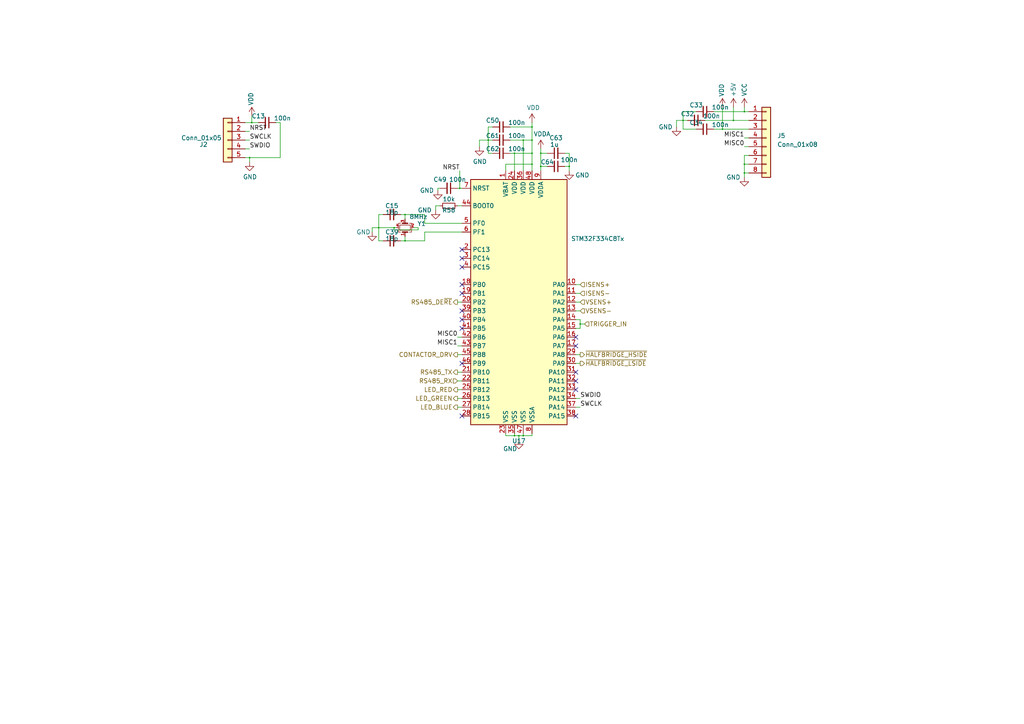
<source format=kicad_sch>
(kicad_sch (version 20201015) (generator eeschema)
  (page 1 7)
  (paper "A4")
  (lib_symbols
    (symbol "Connector_Generic:Conn_01x05" (pin_names (offset 1.016) hide)
      (property "Reference" "J" (at 0 7.62 0))
      (property "Value" "Conn_01x05" (at 0 -7.62 0))
      (symbol "Conn_01x05_1_1"
        (rectangle (start -1.27 -4.953) (end 0 -5.207) (stroke (width 0.1524)))
        (rectangle (start -1.27 -2.413) (end 0 -2.667) (stroke (width 0.1524)))
        (rectangle (start -1.27 2.667) (end 0 2.413) (stroke (width 0.1524)))
        (rectangle (start -1.27 5.207) (end 0 4.953) (stroke (width 0.1524)))
        (rectangle (start -1.27 6.35) (end 1.27 -6.35) (stroke (width 0.254)) (fill (type background)))
        (rectangle (start -1.27 0.127) (end 0 -0.127) (stroke (width 0.1524)))
        (pin passive line (at -5.08 5.08 0) (length 3.81) (name "Pin_1") (number "1"))
        (pin passive line (at -5.08 2.54 0) (length 3.81) (name "Pin_2") (number "2"))
        (pin passive line (at -5.08 0 0) (length 3.81) (name "Pin_3") (number "3"))
        (pin passive line (at -5.08 -2.54 0) (length 3.81) (name "Pin_4") (number "4"))
        (pin passive line (at -5.08 -5.08 0) (length 3.81) (name "Pin_5") (number "5"))
      )
    )
    (symbol "Connector_Generic:Conn_01x08" (pin_names (offset 1.016) hide)
      (property "Reference" "J" (at 0 10.16 0))
      (property "Value" "Conn_01x08" (at 0 -12.7 0))
      (symbol "Conn_01x08_1_1"
        (rectangle (start -1.27 -4.953) (end 0 -5.207) (stroke (width 0.1524)))
        (rectangle (start -1.27 -7.493) (end 0 -7.747) (stroke (width 0.1524)))
        (rectangle (start -1.27 -10.033) (end 0 -10.287) (stroke (width 0.1524)))
        (rectangle (start -1.27 -2.413) (end 0 -2.667) (stroke (width 0.1524)))
        (rectangle (start -1.27 2.667) (end 0 2.413) (stroke (width 0.1524)))
        (rectangle (start -1.27 5.207) (end 0 4.953) (stroke (width 0.1524)))
        (rectangle (start -1.27 7.747) (end 0 7.493) (stroke (width 0.1524)))
        (rectangle (start -1.27 8.89) (end 1.27 -11.43) (stroke (width 0.254)) (fill (type background)))
        (rectangle (start -1.27 0.127) (end 0 -0.127) (stroke (width 0.1524)))
        (pin passive line (at -5.08 7.62 0) (length 3.81) (name "Pin_1") (number "1"))
        (pin passive line (at -5.08 5.08 0) (length 3.81) (name "Pin_2") (number "2"))
        (pin passive line (at -5.08 2.54 0) (length 3.81) (name "Pin_3") (number "3"))
        (pin passive line (at -5.08 0 0) (length 3.81) (name "Pin_4") (number "4"))
        (pin passive line (at -5.08 -2.54 0) (length 3.81) (name "Pin_5") (number "5"))
        (pin passive line (at -5.08 -5.08 0) (length 3.81) (name "Pin_6") (number "6"))
        (pin passive line (at -5.08 -7.62 0) (length 3.81) (name "Pin_7") (number "7"))
        (pin passive line (at -5.08 -10.16 0) (length 3.81) (name "Pin_8") (number "8"))
      )
    )
    (symbol "Device:C_Small" (pin_numbers hide) (pin_names (offset 0.254) hide)
      (property "Reference" "C" (at 0.254 1.778 0))
      (property "Value" "C_Small" (at 0.254 -2.032 0))
      (symbol "C_Small_0_1"
        (polyline (pts (xy -1.524 -0.508) (xy 1.524 -0.508)) (stroke (width 0.3302)))
        (polyline (pts (xy -1.524 0.508) (xy 1.524 0.508)) (stroke (width 0.3048)))
      )
      (symbol "C_Small_1_1"
        (pin passive line (at 0 2.54 270) (length 2.032) (name "~") (number "1"))
        (pin passive line (at 0 -2.54 90) (length 2.032) (name "~") (number "2"))
      )
    )
    (symbol "Device:C_Small_1" (pin_numbers hide) (pin_names (offset 0.254) hide)
      (property "Reference" "C" (at 0.254 1.778 0))
      (property "Value" "C_Small" (at 0.254 -2.032 0))
      (symbol "C_Small_1_0_1"
        (polyline (pts (xy -1.524 -0.508) (xy 1.524 -0.508)) (stroke (width 0.3302)))
        (polyline (pts (xy -1.524 0.508) (xy 1.524 0.508)) (stroke (width 0.3048)))
      )
      (symbol "C_Small_1_1_1"
        (pin passive line (at 0 2.54 270) (length 2.032) (name "~") (number "1"))
        (pin passive line (at 0 -2.54 90) (length 2.032) (name "~") (number "2"))
      )
    )
    (symbol "Device:C_Small_10" (pin_numbers hide) (pin_names (offset 0.254) hide)
      (property "Reference" "C" (at 0.254 1.778 0))
      (property "Value" "C_Small" (at 0.254 -2.032 0))
      (symbol "C_Small_10_0_1"
        (polyline (pts (xy -1.524 -0.508) (xy 1.524 -0.508)) (stroke (width 0.3302)))
        (polyline (pts (xy -1.524 0.508) (xy 1.524 0.508)) (stroke (width 0.3048)))
      )
      (symbol "C_Small_10_1_1"
        (pin passive line (at 0 2.54 270) (length 2.032) (name "~") (number "1"))
        (pin passive line (at 0 -2.54 90) (length 2.032) (name "~") (number "2"))
      )
    )
    (symbol "Device:C_Small_11" (pin_numbers hide) (pin_names (offset 0.254) hide)
      (property "Reference" "C" (at 0.254 1.778 0))
      (property "Value" "C_Small" (at 0.254 -2.032 0))
      (symbol "C_Small_11_0_1"
        (polyline (pts (xy -1.524 -0.508) (xy 1.524 -0.508)) (stroke (width 0.3302)))
        (polyline (pts (xy -1.524 0.508) (xy 1.524 0.508)) (stroke (width 0.3048)))
      )
      (symbol "C_Small_11_1_1"
        (pin passive line (at 0 2.54 270) (length 2.032) (name "~") (number "1"))
        (pin passive line (at 0 -2.54 90) (length 2.032) (name "~") (number "2"))
      )
    )
    (symbol "Device:C_Small_2" (pin_numbers hide) (pin_names (offset 0.254) hide)
      (property "Reference" "C" (at 0.254 1.778 0))
      (property "Value" "C_Small" (at 0.254 -2.032 0))
      (symbol "C_Small_2_0_1"
        (polyline (pts (xy -1.524 -0.508) (xy 1.524 -0.508)) (stroke (width 0.3302)))
        (polyline (pts (xy -1.524 0.508) (xy 1.524 0.508)) (stroke (width 0.3048)))
      )
      (symbol "C_Small_2_1_1"
        (pin passive line (at 0 2.54 270) (length 2.032) (name "~") (number "1"))
        (pin passive line (at 0 -2.54 90) (length 2.032) (name "~") (number "2"))
      )
    )
    (symbol "Device:C_Small_6" (pin_numbers hide) (pin_names (offset 0.254) hide)
      (property "Reference" "C" (at 0.254 1.778 0))
      (property "Value" "C_Small" (at 0.254 -2.032 0))
      (symbol "C_Small_6_0_1"
        (polyline (pts (xy -1.524 -0.508) (xy 1.524 -0.508)) (stroke (width 0.3302)))
        (polyline (pts (xy -1.524 0.508) (xy 1.524 0.508)) (stroke (width 0.3048)))
      )
      (symbol "C_Small_6_1_1"
        (pin passive line (at 0 2.54 270) (length 2.032) (name "~") (number "1"))
        (pin passive line (at 0 -2.54 90) (length 2.032) (name "~") (number "2"))
      )
    )
    (symbol "Device:C_Small_7" (pin_numbers hide) (pin_names (offset 0.254) hide)
      (property "Reference" "C" (at 0.254 1.778 0))
      (property "Value" "C_Small" (at 0.254 -2.032 0))
      (symbol "C_Small_7_0_1"
        (polyline (pts (xy -1.524 -0.508) (xy 1.524 -0.508)) (stroke (width 0.3302)))
        (polyline (pts (xy -1.524 0.508) (xy 1.524 0.508)) (stroke (width 0.3048)))
      )
      (symbol "C_Small_7_1_1"
        (pin passive line (at 0 2.54 270) (length 2.032) (name "~") (number "1"))
        (pin passive line (at 0 -2.54 90) (length 2.032) (name "~") (number "2"))
      )
    )
    (symbol "Device:C_Small_8" (pin_numbers hide) (pin_names (offset 0.254) hide)
      (property "Reference" "C" (at 0.254 1.778 0))
      (property "Value" "C_Small" (at 0.254 -2.032 0))
      (symbol "C_Small_8_0_1"
        (polyline (pts (xy -1.524 -0.508) (xy 1.524 -0.508)) (stroke (width 0.3302)))
        (polyline (pts (xy -1.524 0.508) (xy 1.524 0.508)) (stroke (width 0.3048)))
      )
      (symbol "C_Small_8_1_1"
        (pin passive line (at 0 2.54 270) (length 2.032) (name "~") (number "1"))
        (pin passive line (at 0 -2.54 90) (length 2.032) (name "~") (number "2"))
      )
    )
    (symbol "Device:C_Small_9" (pin_numbers hide) (pin_names (offset 0.254) hide)
      (property "Reference" "C" (at 0.254 1.778 0))
      (property "Value" "C_Small" (at 0.254 -2.032 0))
      (symbol "C_Small_9_0_1"
        (polyline (pts (xy -1.524 -0.508) (xy 1.524 -0.508)) (stroke (width 0.3302)))
        (polyline (pts (xy -1.524 0.508) (xy 1.524 0.508)) (stroke (width 0.3048)))
      )
      (symbol "C_Small_9_1_1"
        (pin passive line (at 0 2.54 270) (length 2.032) (name "~") (number "1"))
        (pin passive line (at 0 -2.54 90) (length 2.032) (name "~") (number "2"))
      )
    )
    (symbol "Device:Crystal_GND24_Small" (pin_names hide)
      (property "Reference" "Y" (at 1.27 4.445 0))
      (property "Value" "Crystal_GND24_Small" (at 1.27 2.54 0))
      (symbol "Crystal_GND24_Small_0_1"
        (rectangle (start -0.762 -1.524) (end 0.762 1.524))
        (polyline (pts (xy -1.27 -0.762) (xy -1.27 0.762)) (stroke (width 0.381)))
        (polyline (pts (xy 1.27 -0.762) (xy 1.27 0.762)) (stroke (width 0.381)))
        (polyline (pts (xy -1.27 -1.27) (xy -1.27 -1.905) (xy 1.27 -1.905) (xy 1.27 -1.27)))
        (polyline (pts (xy -1.27 1.27) (xy -1.27 1.905) (xy 1.27 1.905) (xy 1.27 1.27)))
      )
      (symbol "Crystal_GND24_Small_1_1"
        (pin passive line (at -2.54 0 0) (length 1.27) (name "1") (number "1"))
        (pin passive line (at 0 -2.54 90) (length 0.635) (name "2") (number "2"))
        (pin passive line (at 2.54 0 180) (length 1.27) (name "3") (number "3"))
        (pin passive line (at 0 2.54 270) (length 0.635) (name "4") (number "4"))
      )
    )
    (symbol "Device:R_Small" (pin_numbers hide) (pin_names (offset 0.254) hide)
      (property "Reference" "R" (at 0.762 0.508 0))
      (property "Value" "R_Small" (at 0.762 -1.016 0))
      (symbol "R_Small_0_1"
        (rectangle (start -0.762 1.778) (end 0.762 -1.778) (stroke (width 0.2032)))
      )
      (symbol "R_Small_1_1"
        (pin passive line (at 0 2.54 270) (length 0.762) (name "~") (number "1"))
        (pin passive line (at 0 -2.54 90) (length 0.762) (name "~") (number "2"))
      )
    )
    (symbol "MCU_ST_STM32F3:STM32F334C8Tx"
      (property "Reference" "U" (at -15.24 36.83 0))
      (property "Value" "STM32F334C8Tx" (at 7.62 36.83 0))
      (symbol "STM32F334C8Tx_0_1"
        (rectangle (start -15.24 -35.56) (end 12.7 35.56) (stroke (width 0.254)) (fill (type background)))
      )
      (symbol "STM32F334C8Tx_1_1"
        (pin input line (at -17.78 27.94 0) (length 2.54) (name "BOOT0") (number "44"))
        (pin input line (at -17.78 33.02 0) (length 2.54) (name "NRST") (number "7"))
        (pin bidirectional line (at 15.24 5.08 180) (length 2.54) (name "PA0") (number "10"))
        (pin bidirectional line (at 15.24 2.54 180) (length 2.54) (name "PA1") (number "11"))
        (pin bidirectional line (at 15.24 -20.32 180) (length 2.54) (name "PA10") (number "31"))
        (pin bidirectional line (at 15.24 -22.86 180) (length 2.54) (name "PA11") (number "32"))
        (pin bidirectional line (at 15.24 -25.4 180) (length 2.54) (name "PA12") (number "33"))
        (pin bidirectional line (at 15.24 -27.94 180) (length 2.54) (name "PA13") (number "34"))
        (pin bidirectional line (at 15.24 -30.48 180) (length 2.54) (name "PA14") (number "37"))
        (pin bidirectional line (at 15.24 -33.02 180) (length 2.54) (name "PA15") (number "38"))
        (pin bidirectional line (at 15.24 0 180) (length 2.54) (name "PA2") (number "12"))
        (pin bidirectional line (at 15.24 -2.54 180) (length 2.54) (name "PA3") (number "13"))
        (pin bidirectional line (at 15.24 -5.08 180) (length 2.54) (name "PA4") (number "14"))
        (pin bidirectional line (at 15.24 -7.62 180) (length 2.54) (name "PA5") (number "15"))
        (pin bidirectional line (at 15.24 -10.16 180) (length 2.54) (name "PA6") (number "16"))
        (pin bidirectional line (at 15.24 -12.7 180) (length 2.54) (name "PA7") (number "17"))
        (pin bidirectional line (at 15.24 -15.24 180) (length 2.54) (name "PA8") (number "29"))
        (pin bidirectional line (at 15.24 -17.78 180) (length 2.54) (name "PA9") (number "30"))
        (pin bidirectional line (at -17.78 5.08 0) (length 2.54) (name "PB0") (number "18"))
        (pin bidirectional line (at -17.78 2.54 0) (length 2.54) (name "PB1") (number "19"))
        (pin bidirectional line (at -17.78 -20.32 0) (length 2.54) (name "PB10") (number "21"))
        (pin bidirectional line (at -17.78 -22.86 0) (length 2.54) (name "PB11") (number "22"))
        (pin bidirectional line (at -17.78 -25.4 0) (length 2.54) (name "PB12") (number "25"))
        (pin bidirectional line (at -17.78 -27.94 0) (length 2.54) (name "PB13") (number "26"))
        (pin bidirectional line (at -17.78 -30.48 0) (length 2.54) (name "PB14") (number "27"))
        (pin bidirectional line (at -17.78 -33.02 0) (length 2.54) (name "PB15") (number "28"))
        (pin bidirectional line (at -17.78 0 0) (length 2.54) (name "PB2") (number "20"))
        (pin bidirectional line (at -17.78 -2.54 0) (length 2.54) (name "PB3") (number "39"))
        (pin bidirectional line (at -17.78 -5.08 0) (length 2.54) (name "PB4") (number "40"))
        (pin bidirectional line (at -17.78 -7.62 0) (length 2.54) (name "PB5") (number "41"))
        (pin bidirectional line (at -17.78 -10.16 0) (length 2.54) (name "PB6") (number "42"))
        (pin bidirectional line (at -17.78 -12.7 0) (length 2.54) (name "PB7") (number "43"))
        (pin bidirectional line (at -17.78 -15.24 0) (length 2.54) (name "PB8") (number "45"))
        (pin bidirectional line (at -17.78 -17.78 0) (length 2.54) (name "PB9") (number "46"))
        (pin bidirectional line (at -17.78 15.24 0) (length 2.54) (name "PC13") (number "2"))
        (pin bidirectional line (at -17.78 12.7 0) (length 2.54) (name "PC14") (number "3"))
        (pin bidirectional line (at -17.78 10.16 0) (length 2.54) (name "PC15") (number "4"))
        (pin input line (at -17.78 22.86 0) (length 2.54) (name "PF0") (number "5"))
        (pin input line (at -17.78 20.32 0) (length 2.54) (name "PF1") (number "6"))
        (pin power_in line (at -5.08 38.1 270) (length 2.54) (name "VBAT") (number "1"))
        (pin power_in line (at -2.54 38.1 270) (length 2.54) (name "VDD") (number "24"))
        (pin power_in line (at 0 38.1 270) (length 2.54) (name "VDD") (number "36"))
        (pin power_in line (at 2.54 38.1 270) (length 2.54) (name "VDD") (number "48"))
        (pin power_in line (at 5.08 38.1 270) (length 2.54) (name "VDDA") (number "9"))
        (pin power_in line (at -5.08 -38.1 90) (length 2.54) (name "VSS") (number "23"))
        (pin power_in line (at -2.54 -38.1 90) (length 2.54) (name "VSS") (number "35"))
        (pin power_in line (at 0 -38.1 90) (length 2.54) (name "VSS") (number "47"))
        (pin power_in line (at 2.54 -38.1 90) (length 2.54) (name "VSSA") (number "8"))
      )
    )
    (symbol "power:+5V" (power) (pin_names (offset 0))
      (property "Value" "+5V" (at 0 3.556 0))
      (symbol "+5V_0_1"
        (polyline (pts (xy -0.762 1.27) (xy 0 2.54)))
        (polyline (pts (xy 0 0) (xy 0 2.54)))
        (polyline (pts (xy 0 2.54) (xy 0.762 1.27)))
      )
      (symbol "+5V_1_1"
        (pin power_in line (at 0 0 90) (length 0) hide (name "+5V") (number "1"))
      )
    )
    (symbol "power:GND" (power) (pin_names (offset 0))
      (property "Value" "GND" (at 0 -3.81 0))
      (symbol "GND_0_1"
        (polyline (pts (xy 0 0) (xy 0 -1.27) (xy 1.27 -1.27) (xy 0 -2.54) (xy -1.27 -1.27) (xy 0 -1.27)))
      )
      (symbol "GND_1_1"
        (pin power_in line (at 0 0 270) (length 0) hide (name "GND") (number "1"))
      )
    )
    (symbol "power:VCC" (power) (pin_names (offset 0))
      (property "Value" "VCC" (at 0 3.81 0))
      (symbol "VCC_0_1"
        (polyline (pts (xy -0.762 1.27) (xy 0 2.54)))
        (polyline (pts (xy 0 0) (xy 0 2.54)))
        (polyline (pts (xy 0 2.54) (xy 0.762 1.27)))
      )
      (symbol "VCC_1_1"
        (pin power_in line (at 0 0 90) (length 0) hide (name "VCC") (number "1"))
      )
    )
    (symbol "power:VDD" (power) (pin_names (offset 0))
      (property "Value" "VDD" (at 0 3.81 0))
      (symbol "VDD_0_1"
        (polyline (pts (xy -0.762 1.27) (xy 0 2.54)))
        (polyline (pts (xy 0 0) (xy 0 2.54)))
        (polyline (pts (xy 0 2.54) (xy 0.762 1.27)))
      )
      (symbol "VDD_1_1"
        (pin power_in line (at 0 0 90) (length 0) hide (name "VDD") (number "1"))
      )
    )
    (symbol "power:VDDA" (power) (pin_names (offset 0))
      (property "Value" "VDDA" (at 0 3.81 0))
      (symbol "VDDA_0_1"
        (polyline (pts (xy -0.762 1.27) (xy 0 2.54)))
        (polyline (pts (xy 0 0) (xy 0 2.54)))
        (polyline (pts (xy 0 2.54) (xy 0.762 1.27)))
      )
      (symbol "VDDA_1_1"
        (pin power_in line (at 0 0 90) (length 0) hide (name "VDDA") (number "1"))
      )
    )
  )
  (junction (at 72.39 45.72) (diameter 0.3048))
  (junction (at 73.025 35.56) (diameter 0.3048))
  (junction (at 109.855 66.04) (diameter 0.3048))
  (junction (at 114.3 66.04) (diameter 0.3048))
  (junction (at 117.475 62.23) (diameter 0.3048))
  (junction (at 117.475 69.85) (diameter 0.3048))
  (junction (at 133.35 54.61) (diameter 0.3048))
  (junction (at 141.605 40.64) (diameter 0.3048))
  (junction (at 149.225 44.45) (diameter 0.3048))
  (junction (at 149.225 126.365) (diameter 0.3048))
  (junction (at 150.495 126.365) (diameter 0.3048))
  (junction (at 151.765 40.64) (diameter 0.3048))
  (junction (at 151.765 126.365) (diameter 0.3048))
  (junction (at 154.305 36.83) (diameter 0.3048))
  (junction (at 154.305 40.64) (diameter 0.3048))
  (junction (at 154.305 44.45) (diameter 0.3048))
  (junction (at 154.305 47.625) (diameter 0.3048))
  (junction (at 156.845 44.45) (diameter 0.3048))
  (junction (at 156.845 48.26) (diameter 0.3048))
  (junction (at 165.1 48.26) (diameter 0.3048))
  (junction (at 168.275 93.98) (diameter 0.3048))
  (junction (at 198.12 34.925) (diameter 0.3048))
  (junction (at 209.55 37.465) (diameter 0.3048))
  (junction (at 212.725 34.925) (diameter 0.3048))
  (junction (at 215.9 32.385) (diameter 0.3048))
  (junction (at 215.9 47.625) (diameter 0.3048))
  (junction (at 215.9 50.165) (diameter 0.3048))
  (no_connect (at 133.985 92.71))
  (no_connect (at 167.005 113.03))
  (no_connect (at 167.005 107.95))
  (no_connect (at 133.985 95.25))
  (no_connect (at 133.985 90.17))
  (no_connect (at 133.985 82.55))
  (no_connect (at 167.005 97.79))
  (no_connect (at 133.985 105.41))
  (no_connect (at 133.985 77.47))
  (no_connect (at 133.985 120.65))
  (no_connect (at 167.005 100.33))
  (no_connect (at 167.005 120.65))
  (no_connect (at 133.985 74.93))
  (no_connect (at 133.985 72.39))
  (no_connect (at 167.005 110.49))
  (no_connect (at 133.985 85.09))
  (wire (pts (xy 71.12 35.56) (xy 73.025 35.56)))
  (wire (pts (xy 71.12 38.1) (xy 72.39 38.1)))
  (wire (pts (xy 71.12 40.64) (xy 72.39 40.64)))
  (wire (pts (xy 71.12 43.18) (xy 72.39 43.18)))
  (wire (pts (xy 71.12 45.72) (xy 72.39 45.72)))
  (wire (pts (xy 72.39 45.72) (xy 72.39 46.99)))
  (wire (pts (xy 72.39 45.72) (xy 81.28 45.72)))
  (wire (pts (xy 73.025 33.655) (xy 73.025 35.56)))
  (wire (pts (xy 73.025 35.56) (xy 74.93 35.56)))
  (wire (pts (xy 80.01 35.56) (xy 81.28 35.56)))
  (wire (pts (xy 81.28 45.72) (xy 81.28 35.56)))
  (wire (pts (xy 107.95 66.04) (xy 109.855 66.04)))
  (wire (pts (xy 107.95 67.31) (xy 107.95 66.04)))
  (wire (pts (xy 109.855 62.23) (xy 109.855 66.04)))
  (wire (pts (xy 109.855 66.04) (xy 109.855 69.85)))
  (wire (pts (xy 109.855 66.04) (xy 114.3 66.04)))
  (wire (pts (xy 109.855 69.85) (xy 111.125 69.85)))
  (wire (pts (xy 111.125 62.23) (xy 109.855 62.23)))
  (wire (pts (xy 114.3 66.04) (xy 114.3 66.675)))
  (wire (pts (xy 114.3 66.04) (xy 114.935 66.04)))
  (wire (pts (xy 114.3 66.675) (xy 121.285 66.675)))
  (wire (pts (xy 116.205 62.23) (xy 117.475 62.23)))
  (wire (pts (xy 116.205 69.85) (xy 117.475 69.85)))
  (wire (pts (xy 117.475 62.23) (xy 117.475 63.5)))
  (wire (pts (xy 117.475 62.23) (xy 123.19 62.23)))
  (wire (pts (xy 117.475 69.85) (xy 117.475 68.58)))
  (wire (pts (xy 117.475 69.85) (xy 123.19 69.85)))
  (wire (pts (xy 120.015 66.04) (xy 121.285 66.04)))
  (wire (pts (xy 121.285 66.675) (xy 121.285 66.04)))
  (wire (pts (xy 123.19 62.23) (xy 123.19 64.77)))
  (wire (pts (xy 123.19 64.77) (xy 133.985 64.77)))
  (wire (pts (xy 123.19 67.31) (xy 133.985 67.31)))
  (wire (pts (xy 123.19 69.85) (xy 123.19 67.31)))
  (wire (pts (xy 126.365 59.69) (xy 127.635 59.69)))
  (wire (pts (xy 126.365 60.96) (xy 126.365 59.69)))
  (wire (pts (xy 127 54.61) (xy 127.635 54.61)))
  (wire (pts (xy 127 55.245) (xy 127 54.61)))
  (wire (pts (xy 132.715 54.61) (xy 133.35 54.61)))
  (wire (pts (xy 132.715 59.69) (xy 133.985 59.69)))
  (wire (pts (xy 132.715 87.63) (xy 133.985 87.63)))
  (wire (pts (xy 132.715 97.79) (xy 133.985 97.79)))
  (wire (pts (xy 132.715 100.33) (xy 133.985 100.33)))
  (wire (pts (xy 132.715 102.87) (xy 133.985 102.87)))
  (wire (pts (xy 132.715 107.95) (xy 133.985 107.95)))
  (wire (pts (xy 132.715 110.49) (xy 133.985 110.49)))
  (wire (pts (xy 132.715 113.03) (xy 133.985 113.03)))
  (wire (pts (xy 132.715 115.57) (xy 133.985 115.57)))
  (wire (pts (xy 132.715 118.11) (xy 133.985 118.11)))
  (wire (pts (xy 133.35 49.53) (xy 133.35 54.61)))
  (wire (pts (xy 133.35 54.61) (xy 133.985 54.61)))
  (wire (pts (xy 139.065 40.64) (xy 141.605 40.64)))
  (wire (pts (xy 139.065 42.545) (xy 139.065 40.64)))
  (wire (pts (xy 141.605 36.83) (xy 141.605 40.64)))
  (wire (pts (xy 141.605 40.64) (xy 141.605 44.45)))
  (wire (pts (xy 141.605 40.64) (xy 142.875 40.64)))
  (wire (pts (xy 141.605 44.45) (xy 142.875 44.45)))
  (wire (pts (xy 142.875 36.83) (xy 141.605 36.83)))
  (wire (pts (xy 146.685 47.625) (xy 154.305 47.625)))
  (wire (pts (xy 146.685 49.53) (xy 146.685 47.625)))
  (wire (pts (xy 146.685 125.73) (xy 146.685 126.365)))
  (wire (pts (xy 146.685 126.365) (xy 149.225 126.365)))
  (wire (pts (xy 147.955 36.83) (xy 154.305 36.83)))
  (wire (pts (xy 147.955 40.64) (xy 151.765 40.64)))
  (wire (pts (xy 149.225 44.45) (xy 147.955 44.45)))
  (wire (pts (xy 149.225 44.45) (xy 154.305 44.45)))
  (wire (pts (xy 149.225 49.53) (xy 149.225 44.45)))
  (wire (pts (xy 149.225 125.73) (xy 149.225 126.365)))
  (wire (pts (xy 149.225 126.365) (xy 150.495 126.365)))
  (wire (pts (xy 150.495 126.365) (xy 150.495 127.635)))
  (wire (pts (xy 150.495 126.365) (xy 151.765 126.365)))
  (wire (pts (xy 151.765 40.64) (xy 151.765 49.53)))
  (wire (pts (xy 151.765 40.64) (xy 154.305 40.64)))
  (wire (pts (xy 151.765 126.365) (xy 151.765 125.73)))
  (wire (pts (xy 151.765 126.365) (xy 154.305 126.365)))
  (wire (pts (xy 154.305 35.56) (xy 154.305 36.83)))
  (wire (pts (xy 154.305 36.83) (xy 154.305 40.64)))
  (wire (pts (xy 154.305 40.64) (xy 154.305 44.45)))
  (wire (pts (xy 154.305 44.45) (xy 154.305 47.625)))
  (wire (pts (xy 154.305 47.625) (xy 154.305 49.53)))
  (wire (pts (xy 154.305 126.365) (xy 154.305 125.73)))
  (wire (pts (xy 156.845 43.18) (xy 156.845 44.45)))
  (wire (pts (xy 156.845 44.45) (xy 156.845 48.26)))
  (wire (pts (xy 156.845 44.45) (xy 158.75 44.45)))
  (wire (pts (xy 156.845 48.26) (xy 156.845 49.53)))
  (wire (pts (xy 156.845 48.26) (xy 158.75 48.26)))
  (wire (pts (xy 163.83 44.45) (xy 165.1 44.45)))
  (wire (pts (xy 163.83 48.26) (xy 165.1 48.26)))
  (wire (pts (xy 165.1 44.45) (xy 165.1 48.26)))
  (wire (pts (xy 165.1 48.26) (xy 165.1 49.53)))
  (wire (pts (xy 167.005 82.55) (xy 168.275 82.55)))
  (wire (pts (xy 167.005 85.09) (xy 168.275 85.09)))
  (wire (pts (xy 167.005 87.63) (xy 168.275 87.63)))
  (wire (pts (xy 167.005 90.17) (xy 168.275 90.17)))
  (wire (pts (xy 167.005 95.25) (xy 168.275 95.25)))
  (wire (pts (xy 167.005 102.87) (xy 168.275 102.87)))
  (wire (pts (xy 167.005 105.41) (xy 168.275 105.41)))
  (wire (pts (xy 167.005 115.57) (xy 168.275 115.57)))
  (wire (pts (xy 167.005 118.11) (xy 168.275 118.11)))
  (wire (pts (xy 168.275 92.71) (xy 167.005 92.71)))
  (wire (pts (xy 168.275 93.98) (xy 168.275 92.71)))
  (wire (pts (xy 168.275 93.98) (xy 169.545 93.98)))
  (wire (pts (xy 168.275 95.25) (xy 168.275 93.98)))
  (wire (pts (xy 196.215 34.925) (xy 198.12 34.925)))
  (wire (pts (xy 196.215 36.83) (xy 196.215 34.925)))
  (wire (pts (xy 198.12 32.385) (xy 198.12 34.925)))
  (wire (pts (xy 198.12 34.925) (xy 198.12 37.465)))
  (wire (pts (xy 198.12 34.925) (xy 199.39 34.925)))
  (wire (pts (xy 198.12 37.465) (xy 201.93 37.465)))
  (wire (pts (xy 201.93 32.385) (xy 198.12 32.385)))
  (wire (pts (xy 204.47 34.925) (xy 212.725 34.925)))
  (wire (pts (xy 207.01 32.385) (xy 215.9 32.385)))
  (wire (pts (xy 207.01 37.465) (xy 209.55 37.465)))
  (wire (pts (xy 209.55 31.115) (xy 209.55 37.465)))
  (wire (pts (xy 209.55 37.465) (xy 217.17 37.465)))
  (wire (pts (xy 212.725 31.115) (xy 212.725 34.925)))
  (wire (pts (xy 212.725 34.925) (xy 217.17 34.925)))
  (wire (pts (xy 215.9 31.115) (xy 215.9 32.385)))
  (wire (pts (xy 215.9 32.385) (xy 217.17 32.385)))
  (wire (pts (xy 215.9 40.005) (xy 217.17 40.005)))
  (wire (pts (xy 215.9 42.545) (xy 217.17 42.545)))
  (wire (pts (xy 215.9 45.085) (xy 215.9 47.625)))
  (wire (pts (xy 215.9 47.625) (xy 215.9 50.165)))
  (wire (pts (xy 215.9 47.625) (xy 217.17 47.625)))
  (wire (pts (xy 215.9 50.165) (xy 215.9 51.435)))
  (wire (pts (xy 217.17 45.085) (xy 215.9 45.085)))
  (wire (pts (xy 217.17 50.165) (xy 215.9 50.165)))
  (label "NRST" (at 72.39 38.1 0))
  (label "SWCLK" (at 72.39 40.64 0))
  (label "SWDIO" (at 72.39 43.18 0))
  (label "MISC0" (at 132.715 97.79 180))
  (label "MISC1" (at 132.715 100.33 180))
  (label "NRST" (at 133.35 49.53 180))
  (label "SWDIO" (at 168.275 115.57 0))
  (label "SWCLK" (at 168.275 118.11 0))
  (label "MISC1" (at 215.9 40.005 180))
  (label "MISC0" (at 215.9 42.545 180))
  (hierarchical_label "RS485_DE~RE" (shape output) (at 132.715 87.63 180))
  (hierarchical_label "CONTACTOR_DRV" (shape output) (at 132.715 102.87 180))
  (hierarchical_label "RS485_TX" (shape output) (at 132.715 107.95 180))
  (hierarchical_label "RS485_RX" (shape input) (at 132.715 110.49 180))
  (hierarchical_label "LED_RED" (shape output) (at 132.715 113.03 180))
  (hierarchical_label "LED_GREEN" (shape output) (at 132.715 115.57 180))
  (hierarchical_label "LED_BLUE" (shape output) (at 132.715 118.11 180))
  (hierarchical_label "ISENS+" (shape input) (at 168.275 82.55 0))
  (hierarchical_label "ISENS-" (shape input) (at 168.275 85.09 0))
  (hierarchical_label "VSENS+" (shape input) (at 168.275 87.63 0))
  (hierarchical_label "VSENS-" (shape input) (at 168.275 90.17 0))
  (hierarchical_label "~HALFBRIDGE_HSIDE" (shape output) (at 168.275 102.87 0))
  (hierarchical_label "~HALFBRIDGE_LSIDE" (shape output) (at 168.275 105.41 0))
  (hierarchical_label "TRIGGER_IN" (shape input) (at 169.545 93.98 0))
  (symbol (lib_id "power:VDD") (at 73.025 33.655 0) (unit 1)
    (property "Reference" "#PWR08" (effects hide))
    (property "Value" "VDD" (at 72.771 28.702 90))
  )
  (symbol (lib_id "power:VDD") (at 154.305 35.56 0) (unit 1)
    (property "Reference" "#PWR064" (effects hide))
    (property "Value" "VDD" (at 154.686 31.242 0))
  )
  (symbol (lib_id "power:VDDA") (at 156.845 43.18 0) (unit 1)
    (property "Reference" "#PWR069" (effects hide))
    (property "Value" "VDDA" (at 157.226 38.862 0))
  )
  (symbol (lib_id "power:VDD") (at 209.55 31.115 0) (unit 1)
    (property "Reference" "#PWR073" (effects hide))
    (property "Value" "VDD" (at 209.296 26.162 90))
  )
  (symbol (lib_id "power:+5V") (at 212.725 31.115 0) (unit 1)
    (property "Reference" "#PWR014" (effects hide))
    (property "Value" "+5V" (at 212.725 26.035 90))
  )
  (symbol (lib_id "power:VCC") (at 215.9 31.115 0) (unit 1)
    (property "Reference" "#PWR025" (effects hide))
    (property "Value" "VCC" (at 215.9 26.035 90))
  )
  (symbol (lib_id "power:GND") (at 72.39 46.99 0) (unit 1)
    (property "Reference" "#PWR027" (effects hide))
    (property "Value" "GND" (at 72.5043 51.3144 0))
  )
  (symbol (lib_id "power:GND") (at 107.95 67.31 0) (unit 1)
    (property "Reference" "#PWR034" (effects hide))
    (property "Value" "GND" (at 105.41 67.31 0))
  )
  (symbol (lib_id "power:GND") (at 126.365 60.96 0) (unit 1)
    (property "Reference" "#PWR054" (effects hide))
    (property "Value" "GND" (at 123.19 60.96 0))
  )
  (symbol (lib_id "power:GND") (at 127 55.245 0) (unit 1)
    (property "Reference" "#PWR057" (effects hide))
    (property "Value" "GND" (at 123.825 55.245 0))
  )
  (symbol (lib_id "power:GND") (at 139.065 42.545 0) (unit 1)
    (property "Reference" "#PWR063" (effects hide))
    (property "Value" "GND" (at 139.1793 46.8694 0))
  )
  (symbol (lib_id "power:GND") (at 150.495 127.635 0) (unit 1)
    (property "Reference" "#PWR024" (effects hide))
    (property "Value" "GND" (at 147.955 130.175 0))
  )
  (symbol (lib_id "power:GND") (at 165.1 49.53 0) (unit 1)
    (property "Reference" "#PWR070" (effects hide))
    (property "Value" "GND" (at 168.91 50.8 0))
  )
  (symbol (lib_id "power:GND") (at 196.215 36.83 0) (unit 1)
    (property "Reference" "#PWR012" (effects hide))
    (property "Value" "GND" (at 193.04 36.83 0))
  )
  (symbol (lib_id "power:GND") (at 215.9 51.435 0) (unit 1)
    (property "Reference" "#PWR029" (effects hide))
    (property "Value" "GND" (at 212.725 51.435 0))
  )
  (symbol (lib_id "Device:R_Small") (at 130.175 59.69 270) (unit 1)
    (property "Reference" "R58" (at 130.175 60.96 90))
    (property "Value" "10k" (at 130.175 57.785 90))
    (property "Footprint" "Resistor_SMD:R_0805_2012Metric" (effects hide))
    (property "Link" "https://ozdisan.com/passive-components/resistors/smt-smd-and-chip-resistors/0805S8J0103T5E" (effects hide))
    (property "Price" "0.00221 USD" (effects hide))
  )
  (symbol (lib_name "Device:C_Small_2") (lib_id "Device:C_Small") (at 77.47 35.56 270) (unit 1)
    (property "Reference" "C13" (at 74.93 33.655 90))
    (property "Value" "100n" (at 81.915 34.29 90))
    (property "Footprint" "Capacitor_SMD:C_0805_2012Metric" (effects hide))
    (property "Link" "https://ozdisan.com/passive-components/capacitors/smt-smd-and-mlcc-capacitors/CL21B104KBFWPNE" (effects hide))
    (property "Price" "0.01537 USD" (effects hide))
  )
  (symbol (lib_name "Device:C_Small_10") (lib_id "Device:C_Small") (at 113.665 62.23 90) (unit 1)
    (property "Reference" "C15" (at 113.665 59.69 90))
    (property "Value" "18p" (at 113.665 61.595 90))
    (property "Footprint" "Capacitor_SMD:C_0603_1608Metric" (effects hide))
    (property "Link" "https://ozdisan.com/passive-components/capacitors/smt-smd-and-mlcc-capacitors/CL10C180JB8NNNC" (effects hide))
    (property "Price" "0.00585 USD" (effects hide))
  )
  (symbol (lib_name "Device:C_Small_11") (lib_id "Device:C_Small") (at 113.665 69.85 90) (unit 1)
    (property "Reference" "C39" (at 113.665 67.31 90))
    (property "Value" "18p" (at 113.665 69.215 90))
    (property "Footprint" "Capacitor_SMD:C_0603_1608Metric" (effects hide))
    (property "Link" "https://ozdisan.com/passive-components/capacitors/smt-smd-and-mlcc-capacitors/CL10C180JB8NNNC" (effects hide))
    (property "Price" "0.00585 USD" (effects hide))
  )
  (symbol (lib_name "Device:C_Small_8") (lib_id "Device:C_Small") (at 130.175 54.61 270) (unit 1)
    (property "Reference" "C49" (at 127.635 52.07 90))
    (property "Value" "100n" (at 132.715 52.07 90))
    (property "Footprint" "Capacitor_SMD:C_0805_2012Metric" (effects hide))
    (property "Link" "https://ozdisan.com/passive-components/capacitors/smt-smd-and-mlcc-capacitors/CL21B104KBFWPNE" (effects hide))
    (property "Price" "0.01537 USD" (effects hide))
  )
  (symbol (lib_name "Device:C_Small_9") (lib_id "Device:C_Small") (at 145.415 36.83 270) (unit 1)
    (property "Reference" "C50" (at 142.875 34.925 90))
    (property "Value" "100n" (at 149.86 35.56 90))
    (property "Footprint" "Capacitor_SMD:C_0805_2012Metric" (effects hide))
    (property "Link" "https://ozdisan.com/passive-components/capacitors/smt-smd-and-mlcc-capacitors/CL21B104KBFWPNE" (effects hide))
    (property "Price" "0.01537 USD" (effects hide))
  )
  (symbol (lib_id "Device:C_Small") (at 145.415 40.64 270) (unit 1)
    (property "Reference" "C61" (at 142.875 39.37 90))
    (property "Value" "100n" (at 149.86 39.37 90))
    (property "Footprint" "Capacitor_SMD:C_0805_2012Metric" (effects hide))
    (property "Link" "https://ozdisan.com/passive-components/capacitors/smt-smd-and-mlcc-capacitors/CL21B104KBFWPNE" (effects hide))
    (property "Price" "0.01537 USD" (effects hide))
  )
  (symbol (lib_name "Device:C_Small_1") (lib_id "Device:C_Small") (at 145.415 44.45 270) (unit 1)
    (property "Reference" "C62" (at 142.875 43.18 90))
    (property "Value" "100n" (at 149.86 43.18 90))
    (property "Footprint" "Capacitor_SMD:C_0805_2012Metric" (effects hide))
    (property "Link" "https://ozdisan.com/passive-components/capacitors/smt-smd-and-mlcc-capacitors/CL21B104KBFWPNE" (effects hide))
    (property "Price" "0.01537 USD" (effects hide))
  )
  (symbol (lib_name "Device:C_Small_6") (lib_id "Device:C_Small") (at 161.29 44.45 90) (unit 1)
    (property "Reference" "C63" (at 161.29 40.005 90))
    (property "Value" "1u " (at 161.29 41.91 90))
    (property "Footprint" "Capacitor_SMD:C_0805_2012Metric" (effects hide))
    (property "Link" "https://ozdisan.com/passive-components/capacitors/smt-smd-and-mlcc-capacitors/CL21B105KBFNNNE" (effects hide))
    (property "Price" "0.02159 USD" (effects hide))
  )
  (symbol (lib_name "Device:C_Small_7") (lib_id "Device:C_Small") (at 161.29 48.26 270) (unit 1)
    (property "Reference" "C64" (at 158.75 46.99 90))
    (property "Value" "100n" (at 165.1 46.355 90))
    (property "Footprint" "Capacitor_SMD:C_0805_2012Metric" (effects hide))
    (property "Link" "https://ozdisan.com/passive-components/capacitors/smt-smd-and-mlcc-capacitors/CL21B104KBFWPNE" (effects hide))
    (property "Price" "0.01537 USD" (effects hide))
  )
  (symbol (lib_name "Device:C_Small_2") (lib_id "Device:C_Small") (at 201.93 34.925 270) (unit 1)
    (property "Reference" "C32" (at 199.39 33.02 90))
    (property "Value" "100n" (at 206.375 33.655 90))
    (property "Footprint" "Capacitor_SMD:C_0805_2012Metric" (effects hide))
    (property "Link" "https://ozdisan.com/passive-components/capacitors/smt-smd-and-mlcc-capacitors/CL21B104KBFWPNE" (effects hide))
    (property "Price" "0.01537 USD" (effects hide))
  )
  (symbol (lib_name "Device:C_Small_2") (lib_id "Device:C_Small") (at 204.47 32.385 270) (unit 1)
    (property "Reference" "C33" (at 201.93 30.48 90))
    (property "Value" "100n" (at 208.915 31.115 90))
    (property "Footprint" "Capacitor_SMD:C_0805_2012Metric" (effects hide))
    (property "Link" "https://ozdisan.com/passive-components/capacitors/smt-smd-and-mlcc-capacitors/CL21B104KBFWPNE" (effects hide))
    (property "Price" "0.01537 USD" (effects hide))
  )
  (symbol (lib_name "Device:C_Small_2") (lib_id "Device:C_Small") (at 204.47 37.465 270) (unit 1)
    (property "Reference" "C34" (at 201.93 35.56 90))
    (property "Value" "100n" (at 208.915 36.195 90))
    (property "Footprint" "Capacitor_SMD:C_0805_2012Metric" (effects hide))
    (property "Link" "https://ozdisan.com/passive-components/capacitors/smt-smd-and-mlcc-capacitors/CL21B104KBFWPNE" (effects hide))
    (property "Price" "0.01537 USD" (effects hide))
  )
  (symbol (lib_id "Device:Crystal_GND24_Small") (at 117.475 66.04 90) (unit 1)
    (property "Reference" "Y1" (at 121.0311 64.8906 90) (effects (justify right)))
    (property "Value" "8MHz" (at 118.745 62.865 90) (effects (justify right)))
    (property "Footprint" "oe_crystal:Crystal_5x3.2mm_4leads" (effects hide))
    (property "Link" "https://ozdisan.com/passive-components/crystals-oscillators-and-resonators/crystals/H130B-8-000-16-3030-TR" (effects hide))
    (property "Price" "0.50094 USD" (effects hide))
  )
  (symbol (lib_id "Connector_Generic:Conn_01x05") (at 66.04 40.64 0) (mirror y) (unit 1)
    (property "Reference" "J2" (at 59.055 41.91 0))
    (property "Value" "Conn_01x05" (at 58.42 40.005 0))
    (property "Footprint" "Connector_PinHeader_2.54mm:PinHeader_1x05_P2.54mm_Vertical" (effects hide))
    (property "Link" "https://ozdisan.com/connectors-and-interconnects/headers/pin-headers/DS1021-1X5SF11-B" (effects hide))
    (property "Price" "0.02281 USD" (effects hide))
  )
  (symbol (lib_id "Connector_Generic:Conn_01x08") (at 222.25 40.005 0) (unit 1)
    (property "Reference" "J5" (at 225.425 39.37 0) (effects (justify left)))
    (property "Value" "Conn_01x08" (at 225.425 41.91 0) (effects (justify left)))
    (property "Footprint" "Connector_PinHeader_2.54mm:PinHeader_1x08_P2.54mm_Vertical" (effects hide))
    (property "Link" "https://ozdisan.com/connectors-and-interconnects/headers/pin-headers/L-KLS1-207-1-08-S" (effects hide))
    (property "Price" "0.03843 USD" (effects hide))
  )
  (symbol (lib_id "MCU_ST_STM32F3:STM32F334C8Tx") (at 151.765 87.63 0) (unit 1)
    (property "Reference" "U17" (at 150.495 127.8954 0))
    (property "Value" "STM32F334C8Tx" (at 173.355 69.2341 0))
    (property "Footprint" "Package_QFP:LQFP-48_7x7mm_P0.5mm" (effects hide))
    (property "Datasheet" "http://www.st.com/st-web-ui/static/active/en/resource/technical/document/datasheet/DM00097745.pdf" (effects hide))
    (property "Link" "https://ozdisan.com/Product/Detail/493492/STM32F334C8T6" (effects hide))
    (property "Price" "7.16463 USD" (effects hide))
  )
)
</source>
